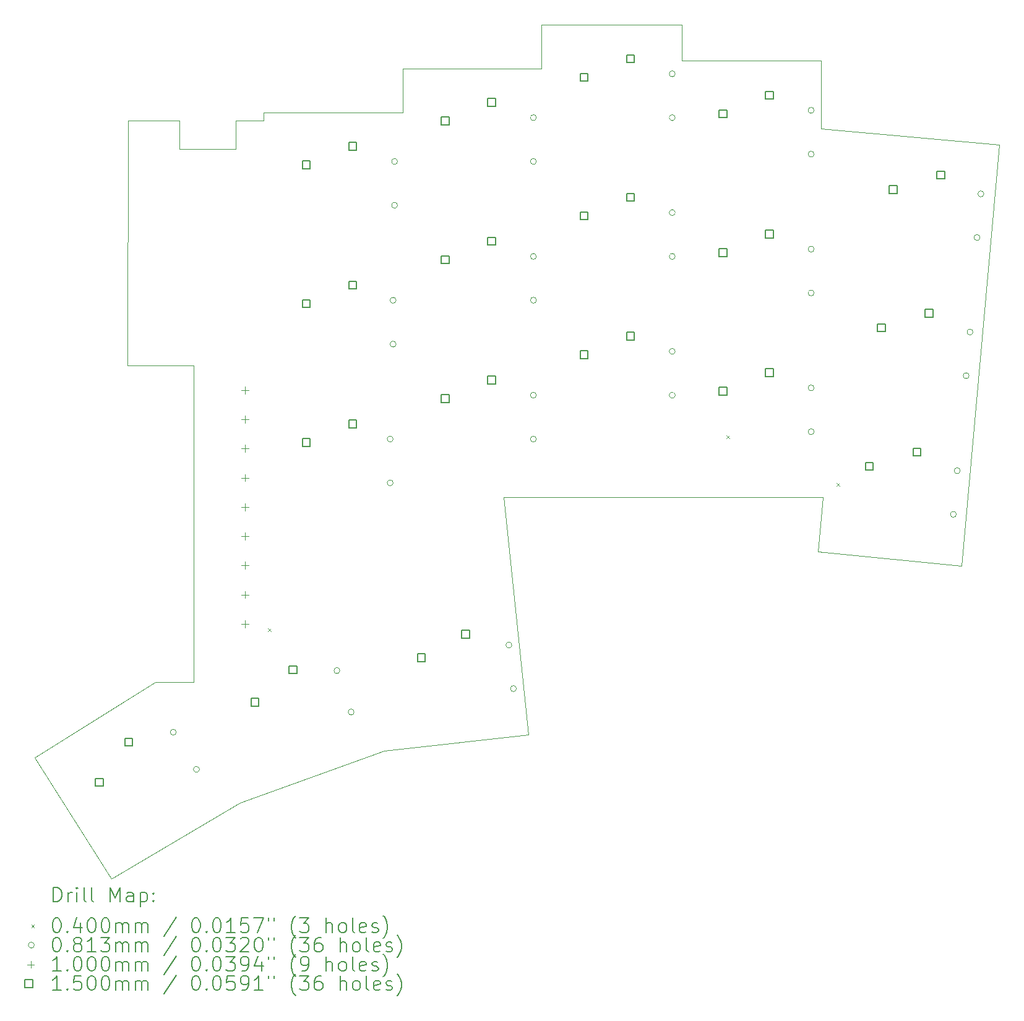
<source format=gbr>
%TF.GenerationSoftware,KiCad,Pcbnew,7.0.7*%
%TF.CreationDate,2023-11-26T11:10:45-07:00*%
%TF.ProjectId,TypeStationX,54797065-5374-4617-9469-6f6e582e6b69,rev?*%
%TF.SameCoordinates,Original*%
%TF.FileFunction,Drillmap*%
%TF.FilePolarity,Positive*%
%FSLAX45Y45*%
G04 Gerber Fmt 4.5, Leading zero omitted, Abs format (unit mm)*
G04 Created by KiCad (PCBNEW 7.0.7) date 2023-11-26 11:10:45*
%MOMM*%
%LPD*%
G01*
G04 APERTURE LIST*
%ADD10C,0.100000*%
%ADD11C,0.200000*%
%ADD12C,0.040000*%
%ADD13C,0.081280*%
%ADD14C,0.150000*%
G04 APERTURE END LIST*
D10*
X24107598Y-4690000D02*
X26007598Y-4690000D01*
X26007598Y-5620000D01*
X28447598Y-5840000D01*
X27927598Y-11610000D01*
X25967598Y-11410000D01*
X26037598Y-10670000D01*
X21667598Y-10670000D01*
X22007598Y-13920000D01*
X20027598Y-14140000D01*
X18057598Y-14850000D01*
X16297598Y-15890000D01*
X15247598Y-14230000D01*
X16902598Y-13200000D01*
X17427598Y-13200000D01*
X17427598Y-8860000D01*
X16517598Y-8860000D01*
X16522598Y-5510000D01*
X17232598Y-5510000D01*
X17232598Y-5900000D01*
X17997598Y-5900000D01*
X17997598Y-5510000D01*
X18382598Y-5510000D01*
X18382598Y-5400000D01*
X20282598Y-5400000D01*
X20282598Y-4800000D01*
X22182598Y-4800000D01*
X22182598Y-4195000D01*
X24107598Y-4195000D01*
X24107598Y-4690000D01*
D11*
D12*
X18442323Y-12459908D02*
X18482323Y-12499908D01*
X18482323Y-12459908D02*
X18442323Y-12499908D01*
X24712323Y-9822358D02*
X24752323Y-9862358D01*
X24752323Y-9822358D02*
X24712323Y-9862358D01*
X26222323Y-10469908D02*
X26262323Y-10509908D01*
X26262323Y-10469908D02*
X26222323Y-10509908D01*
D13*
X17183980Y-13883383D02*
G75*
G03*
X17183980Y-13883383I-40640J0D01*
G01*
X17501931Y-14392212D02*
G75*
G03*
X17501931Y-14392212I-40640J0D01*
G01*
X19423745Y-13040082D02*
G75*
G03*
X19423745Y-13040082I-40640J0D01*
G01*
X19619086Y-13607394D02*
G75*
G03*
X19619086Y-13607394I-40640J0D01*
G01*
X20152963Y-9869908D02*
G75*
G03*
X20152963Y-9869908I-40640J0D01*
G01*
X20152963Y-10469908D02*
G75*
G03*
X20152963Y-10469908I-40640J0D01*
G01*
X20192963Y-7969908D02*
G75*
G03*
X20192963Y-7969908I-40640J0D01*
G01*
X20192963Y-8569908D02*
G75*
G03*
X20192963Y-8569908I-40640J0D01*
G01*
X20212963Y-6069908D02*
G75*
G03*
X20212963Y-6069908I-40640J0D01*
G01*
X20212963Y-6669908D02*
G75*
G03*
X20212963Y-6669908I-40640J0D01*
G01*
X21777178Y-12690130D02*
G75*
G03*
X21777178Y-12690130I-40640J0D01*
G01*
X21839895Y-13286843D02*
G75*
G03*
X21839895Y-13286843I-40640J0D01*
G01*
X22112963Y-5469908D02*
G75*
G03*
X22112963Y-5469908I-40640J0D01*
G01*
X22112963Y-6069908D02*
G75*
G03*
X22112963Y-6069908I-40640J0D01*
G01*
X22112963Y-7369545D02*
G75*
G03*
X22112963Y-7369545I-40640J0D01*
G01*
X22112963Y-7969545D02*
G75*
G03*
X22112963Y-7969545I-40640J0D01*
G01*
X22112963Y-9269908D02*
G75*
G03*
X22112963Y-9269908I-40640J0D01*
G01*
X22112963Y-9869908D02*
G75*
G03*
X22112963Y-9869908I-40640J0D01*
G01*
X24012963Y-4869908D02*
G75*
G03*
X24012963Y-4869908I-40640J0D01*
G01*
X24012963Y-5469908D02*
G75*
G03*
X24012963Y-5469908I-40640J0D01*
G01*
X24012963Y-6769908D02*
G75*
G03*
X24012963Y-6769908I-40640J0D01*
G01*
X24012963Y-7369908D02*
G75*
G03*
X24012963Y-7369908I-40640J0D01*
G01*
X24012963Y-8669908D02*
G75*
G03*
X24012963Y-8669908I-40640J0D01*
G01*
X24012963Y-9269908D02*
G75*
G03*
X24012963Y-9269908I-40640J0D01*
G01*
X25912963Y-5369545D02*
G75*
G03*
X25912963Y-5369545I-40640J0D01*
G01*
X25912963Y-5969545D02*
G75*
G03*
X25912963Y-5969545I-40640J0D01*
G01*
X25912963Y-7269545D02*
G75*
G03*
X25912963Y-7269545I-40640J0D01*
G01*
X25912963Y-7869545D02*
G75*
G03*
X25912963Y-7869545I-40640J0D01*
G01*
X25912963Y-9169908D02*
G75*
G03*
X25912963Y-9169908I-40640J0D01*
G01*
X25912963Y-9769908D02*
G75*
G03*
X25912963Y-9769908I-40640J0D01*
G01*
X27859609Y-10901740D02*
G75*
G03*
X27859609Y-10901740I-40640J0D01*
G01*
X27911902Y-10304023D02*
G75*
G03*
X27911902Y-10304023I-40640J0D01*
G01*
X28034509Y-9002882D02*
G75*
G03*
X28034509Y-9002882I-40640J0D01*
G01*
X28086802Y-8405165D02*
G75*
G03*
X28086802Y-8405165I-40640J0D01*
G01*
X28183777Y-7111252D02*
G75*
G03*
X28183777Y-7111252I-40640J0D01*
G01*
X28236070Y-6513535D02*
G75*
G03*
X28236070Y-6513535I-40640J0D01*
G01*
D10*
X18127598Y-9150000D02*
X18127598Y-9250000D01*
X18077598Y-9200000D02*
X18177598Y-9200000D01*
X18127598Y-9550000D02*
X18127598Y-9650000D01*
X18077598Y-9600000D02*
X18177598Y-9600000D01*
X18127598Y-9950000D02*
X18127598Y-10050000D01*
X18077598Y-10000000D02*
X18177598Y-10000000D01*
X18127598Y-10350000D02*
X18127598Y-10450000D01*
X18077598Y-10400000D02*
X18177598Y-10400000D01*
X18127598Y-10750000D02*
X18127598Y-10850000D01*
X18077598Y-10800000D02*
X18177598Y-10800000D01*
X18127598Y-11150000D02*
X18127598Y-11250000D01*
X18077598Y-11200000D02*
X18177598Y-11200000D01*
X18127598Y-11550000D02*
X18127598Y-11650000D01*
X18077598Y-11600000D02*
X18177598Y-11600000D01*
X18127598Y-11950000D02*
X18127598Y-12050000D01*
X18077598Y-12000000D02*
X18177598Y-12000000D01*
X18127598Y-12350000D02*
X18127598Y-12450000D01*
X18077598Y-12400000D02*
X18177598Y-12400000D01*
D14*
X16183313Y-14623689D02*
X16183313Y-14517622D01*
X16077246Y-14517622D01*
X16077246Y-14623689D01*
X16183313Y-14623689D01*
X16587224Y-14071786D02*
X16587224Y-13965719D01*
X16481157Y-13965719D01*
X16481157Y-14071786D01*
X16587224Y-14071786D01*
X18316431Y-13527313D02*
X18316431Y-13421246D01*
X18210364Y-13421246D01*
X18210364Y-13527313D01*
X18316431Y-13527313D01*
X18834141Y-13080415D02*
X18834141Y-12974348D01*
X18728074Y-12974348D01*
X18728074Y-13080415D01*
X18834141Y-13080415D01*
X19017630Y-6168941D02*
X19017630Y-6062874D01*
X18911563Y-6062874D01*
X18911563Y-6168941D01*
X19017630Y-6168941D01*
X19017630Y-8068941D02*
X19017630Y-7962874D01*
X18911563Y-7962874D01*
X18911563Y-8068941D01*
X19017630Y-8068941D01*
X19017630Y-9968941D02*
X19017630Y-9862874D01*
X18911563Y-9862874D01*
X18911563Y-9968941D01*
X19017630Y-9968941D01*
X19652630Y-5914941D02*
X19652630Y-5808874D01*
X19546563Y-5808874D01*
X19546563Y-5914941D01*
X19652630Y-5914941D01*
X19652630Y-7814941D02*
X19652630Y-7708874D01*
X19546563Y-7708874D01*
X19546563Y-7814941D01*
X19652630Y-7814941D01*
X19652630Y-9714941D02*
X19652630Y-9608874D01*
X19546563Y-9608874D01*
X19546563Y-9714941D01*
X19652630Y-9714941D01*
X20593674Y-12915110D02*
X20593674Y-12809043D01*
X20487607Y-12809043D01*
X20487607Y-12915110D01*
X20593674Y-12915110D01*
X20917630Y-5568941D02*
X20917630Y-5462874D01*
X20811563Y-5462874D01*
X20811563Y-5568941D01*
X20917630Y-5568941D01*
X20917630Y-7468941D02*
X20917630Y-7362874D01*
X20811563Y-7362874D01*
X20811563Y-7468941D01*
X20917630Y-7468941D01*
X20917630Y-9368941D02*
X20917630Y-9262874D01*
X20811563Y-9262874D01*
X20811563Y-9368941D01*
X20917630Y-9368941D01*
X21198645Y-12596126D02*
X21198645Y-12490059D01*
X21092578Y-12490059D01*
X21092578Y-12596126D01*
X21198645Y-12596126D01*
X21552630Y-5314941D02*
X21552630Y-5208874D01*
X21446563Y-5208874D01*
X21446563Y-5314941D01*
X21552630Y-5314941D01*
X21552630Y-7214941D02*
X21552630Y-7108874D01*
X21446563Y-7108874D01*
X21446563Y-7214941D01*
X21552630Y-7214941D01*
X21552630Y-9114941D02*
X21552630Y-9008874D01*
X21446563Y-9008874D01*
X21446563Y-9114941D01*
X21552630Y-9114941D01*
X22817630Y-4968941D02*
X22817630Y-4862874D01*
X22711563Y-4862874D01*
X22711563Y-4968941D01*
X22817630Y-4968941D01*
X22817630Y-6868941D02*
X22817630Y-6762874D01*
X22711563Y-6762874D01*
X22711563Y-6868941D01*
X22817630Y-6868941D01*
X22817630Y-8768941D02*
X22817630Y-8662874D01*
X22711563Y-8662874D01*
X22711563Y-8768941D01*
X22817630Y-8768941D01*
X23452630Y-4714941D02*
X23452630Y-4608874D01*
X23346563Y-4608874D01*
X23346563Y-4714941D01*
X23452630Y-4714941D01*
X23452630Y-6614941D02*
X23452630Y-6508874D01*
X23346563Y-6508874D01*
X23346563Y-6614941D01*
X23452630Y-6614941D01*
X23452630Y-8514941D02*
X23452630Y-8408874D01*
X23346563Y-8408874D01*
X23346563Y-8514941D01*
X23452630Y-8514941D01*
X24717630Y-5468941D02*
X24717630Y-5362874D01*
X24611563Y-5362874D01*
X24611563Y-5468941D01*
X24717630Y-5468941D01*
X24717630Y-7368941D02*
X24717630Y-7262874D01*
X24611563Y-7262874D01*
X24611563Y-7368941D01*
X24717630Y-7368941D01*
X24717630Y-9268941D02*
X24717630Y-9162874D01*
X24611563Y-9162874D01*
X24611563Y-9268941D01*
X24717630Y-9268941D01*
X25352630Y-5214941D02*
X25352630Y-5108874D01*
X25246563Y-5108874D01*
X25246563Y-5214941D01*
X25352630Y-5214941D01*
X25352630Y-7114941D02*
X25352630Y-7008874D01*
X25246563Y-7008874D01*
X25246563Y-7114941D01*
X25352630Y-7114941D01*
X25352630Y-9014941D02*
X25352630Y-8908874D01*
X25246563Y-8908874D01*
X25246563Y-9014941D01*
X25352630Y-9014941D01*
X26720831Y-10297943D02*
X26720831Y-10191876D01*
X26614764Y-10191876D01*
X26614764Y-10297943D01*
X26720831Y-10297943D01*
X26885633Y-8398201D02*
X26885633Y-8292134D01*
X26779566Y-8292134D01*
X26779566Y-8398201D01*
X26885633Y-8398201D01*
X27046556Y-6507591D02*
X27046556Y-6401524D01*
X26940489Y-6401524D01*
X26940489Y-6507591D01*
X27046556Y-6507591D01*
X27375553Y-10100253D02*
X27375553Y-9994186D01*
X27269486Y-9994186D01*
X27269486Y-10100253D01*
X27375553Y-10100253D01*
X27540354Y-8200511D02*
X27540354Y-8094444D01*
X27434287Y-8094444D01*
X27434287Y-8200511D01*
X27540354Y-8200511D01*
X27701277Y-6309901D02*
X27701277Y-6203834D01*
X27595210Y-6203834D01*
X27595210Y-6309901D01*
X27701277Y-6309901D01*
D11*
X15503374Y-16206484D02*
X15503374Y-16006484D01*
X15503374Y-16006484D02*
X15550993Y-16006484D01*
X15550993Y-16006484D02*
X15579565Y-16016008D01*
X15579565Y-16016008D02*
X15598612Y-16035055D01*
X15598612Y-16035055D02*
X15608136Y-16054103D01*
X15608136Y-16054103D02*
X15617660Y-16092198D01*
X15617660Y-16092198D02*
X15617660Y-16120769D01*
X15617660Y-16120769D02*
X15608136Y-16158865D01*
X15608136Y-16158865D02*
X15598612Y-16177912D01*
X15598612Y-16177912D02*
X15579565Y-16196960D01*
X15579565Y-16196960D02*
X15550993Y-16206484D01*
X15550993Y-16206484D02*
X15503374Y-16206484D01*
X15703374Y-16206484D02*
X15703374Y-16073150D01*
X15703374Y-16111246D02*
X15712898Y-16092198D01*
X15712898Y-16092198D02*
X15722422Y-16082674D01*
X15722422Y-16082674D02*
X15741470Y-16073150D01*
X15741470Y-16073150D02*
X15760517Y-16073150D01*
X15827184Y-16206484D02*
X15827184Y-16073150D01*
X15827184Y-16006484D02*
X15817660Y-16016008D01*
X15817660Y-16016008D02*
X15827184Y-16025531D01*
X15827184Y-16025531D02*
X15836708Y-16016008D01*
X15836708Y-16016008D02*
X15827184Y-16006484D01*
X15827184Y-16006484D02*
X15827184Y-16025531D01*
X15950993Y-16206484D02*
X15931946Y-16196960D01*
X15931946Y-16196960D02*
X15922422Y-16177912D01*
X15922422Y-16177912D02*
X15922422Y-16006484D01*
X16055755Y-16206484D02*
X16036708Y-16196960D01*
X16036708Y-16196960D02*
X16027184Y-16177912D01*
X16027184Y-16177912D02*
X16027184Y-16006484D01*
X16284327Y-16206484D02*
X16284327Y-16006484D01*
X16284327Y-16006484D02*
X16350993Y-16149341D01*
X16350993Y-16149341D02*
X16417660Y-16006484D01*
X16417660Y-16006484D02*
X16417660Y-16206484D01*
X16598612Y-16206484D02*
X16598612Y-16101722D01*
X16598612Y-16101722D02*
X16589089Y-16082674D01*
X16589089Y-16082674D02*
X16570041Y-16073150D01*
X16570041Y-16073150D02*
X16531946Y-16073150D01*
X16531946Y-16073150D02*
X16512898Y-16082674D01*
X16598612Y-16196960D02*
X16579565Y-16206484D01*
X16579565Y-16206484D02*
X16531946Y-16206484D01*
X16531946Y-16206484D02*
X16512898Y-16196960D01*
X16512898Y-16196960D02*
X16503374Y-16177912D01*
X16503374Y-16177912D02*
X16503374Y-16158865D01*
X16503374Y-16158865D02*
X16512898Y-16139817D01*
X16512898Y-16139817D02*
X16531946Y-16130293D01*
X16531946Y-16130293D02*
X16579565Y-16130293D01*
X16579565Y-16130293D02*
X16598612Y-16120769D01*
X16693851Y-16073150D02*
X16693851Y-16273150D01*
X16693851Y-16082674D02*
X16712898Y-16073150D01*
X16712898Y-16073150D02*
X16750993Y-16073150D01*
X16750993Y-16073150D02*
X16770041Y-16082674D01*
X16770041Y-16082674D02*
X16779565Y-16092198D01*
X16779565Y-16092198D02*
X16789089Y-16111246D01*
X16789089Y-16111246D02*
X16789089Y-16168388D01*
X16789089Y-16168388D02*
X16779565Y-16187436D01*
X16779565Y-16187436D02*
X16770041Y-16196960D01*
X16770041Y-16196960D02*
X16750993Y-16206484D01*
X16750993Y-16206484D02*
X16712898Y-16206484D01*
X16712898Y-16206484D02*
X16693851Y-16196960D01*
X16874803Y-16187436D02*
X16884327Y-16196960D01*
X16884327Y-16196960D02*
X16874803Y-16206484D01*
X16874803Y-16206484D02*
X16865279Y-16196960D01*
X16865279Y-16196960D02*
X16874803Y-16187436D01*
X16874803Y-16187436D02*
X16874803Y-16206484D01*
X16874803Y-16082674D02*
X16884327Y-16092198D01*
X16884327Y-16092198D02*
X16874803Y-16101722D01*
X16874803Y-16101722D02*
X16865279Y-16092198D01*
X16865279Y-16092198D02*
X16874803Y-16082674D01*
X16874803Y-16082674D02*
X16874803Y-16101722D01*
D12*
X15202598Y-16515000D02*
X15242598Y-16555000D01*
X15242598Y-16515000D02*
X15202598Y-16555000D01*
D11*
X15541470Y-16426484D02*
X15560517Y-16426484D01*
X15560517Y-16426484D02*
X15579565Y-16436008D01*
X15579565Y-16436008D02*
X15589089Y-16445531D01*
X15589089Y-16445531D02*
X15598612Y-16464579D01*
X15598612Y-16464579D02*
X15608136Y-16502674D01*
X15608136Y-16502674D02*
X15608136Y-16550293D01*
X15608136Y-16550293D02*
X15598612Y-16588388D01*
X15598612Y-16588388D02*
X15589089Y-16607436D01*
X15589089Y-16607436D02*
X15579565Y-16616960D01*
X15579565Y-16616960D02*
X15560517Y-16626484D01*
X15560517Y-16626484D02*
X15541470Y-16626484D01*
X15541470Y-16626484D02*
X15522422Y-16616960D01*
X15522422Y-16616960D02*
X15512898Y-16607436D01*
X15512898Y-16607436D02*
X15503374Y-16588388D01*
X15503374Y-16588388D02*
X15493851Y-16550293D01*
X15493851Y-16550293D02*
X15493851Y-16502674D01*
X15493851Y-16502674D02*
X15503374Y-16464579D01*
X15503374Y-16464579D02*
X15512898Y-16445531D01*
X15512898Y-16445531D02*
X15522422Y-16436008D01*
X15522422Y-16436008D02*
X15541470Y-16426484D01*
X15693851Y-16607436D02*
X15703374Y-16616960D01*
X15703374Y-16616960D02*
X15693851Y-16626484D01*
X15693851Y-16626484D02*
X15684327Y-16616960D01*
X15684327Y-16616960D02*
X15693851Y-16607436D01*
X15693851Y-16607436D02*
X15693851Y-16626484D01*
X15874803Y-16493150D02*
X15874803Y-16626484D01*
X15827184Y-16416960D02*
X15779565Y-16559817D01*
X15779565Y-16559817D02*
X15903374Y-16559817D01*
X16017660Y-16426484D02*
X16036708Y-16426484D01*
X16036708Y-16426484D02*
X16055755Y-16436008D01*
X16055755Y-16436008D02*
X16065279Y-16445531D01*
X16065279Y-16445531D02*
X16074803Y-16464579D01*
X16074803Y-16464579D02*
X16084327Y-16502674D01*
X16084327Y-16502674D02*
X16084327Y-16550293D01*
X16084327Y-16550293D02*
X16074803Y-16588388D01*
X16074803Y-16588388D02*
X16065279Y-16607436D01*
X16065279Y-16607436D02*
X16055755Y-16616960D01*
X16055755Y-16616960D02*
X16036708Y-16626484D01*
X16036708Y-16626484D02*
X16017660Y-16626484D01*
X16017660Y-16626484D02*
X15998612Y-16616960D01*
X15998612Y-16616960D02*
X15989089Y-16607436D01*
X15989089Y-16607436D02*
X15979565Y-16588388D01*
X15979565Y-16588388D02*
X15970041Y-16550293D01*
X15970041Y-16550293D02*
X15970041Y-16502674D01*
X15970041Y-16502674D02*
X15979565Y-16464579D01*
X15979565Y-16464579D02*
X15989089Y-16445531D01*
X15989089Y-16445531D02*
X15998612Y-16436008D01*
X15998612Y-16436008D02*
X16017660Y-16426484D01*
X16208136Y-16426484D02*
X16227184Y-16426484D01*
X16227184Y-16426484D02*
X16246232Y-16436008D01*
X16246232Y-16436008D02*
X16255755Y-16445531D01*
X16255755Y-16445531D02*
X16265279Y-16464579D01*
X16265279Y-16464579D02*
X16274803Y-16502674D01*
X16274803Y-16502674D02*
X16274803Y-16550293D01*
X16274803Y-16550293D02*
X16265279Y-16588388D01*
X16265279Y-16588388D02*
X16255755Y-16607436D01*
X16255755Y-16607436D02*
X16246232Y-16616960D01*
X16246232Y-16616960D02*
X16227184Y-16626484D01*
X16227184Y-16626484D02*
X16208136Y-16626484D01*
X16208136Y-16626484D02*
X16189089Y-16616960D01*
X16189089Y-16616960D02*
X16179565Y-16607436D01*
X16179565Y-16607436D02*
X16170041Y-16588388D01*
X16170041Y-16588388D02*
X16160517Y-16550293D01*
X16160517Y-16550293D02*
X16160517Y-16502674D01*
X16160517Y-16502674D02*
X16170041Y-16464579D01*
X16170041Y-16464579D02*
X16179565Y-16445531D01*
X16179565Y-16445531D02*
X16189089Y-16436008D01*
X16189089Y-16436008D02*
X16208136Y-16426484D01*
X16360517Y-16626484D02*
X16360517Y-16493150D01*
X16360517Y-16512198D02*
X16370041Y-16502674D01*
X16370041Y-16502674D02*
X16389089Y-16493150D01*
X16389089Y-16493150D02*
X16417660Y-16493150D01*
X16417660Y-16493150D02*
X16436708Y-16502674D01*
X16436708Y-16502674D02*
X16446232Y-16521722D01*
X16446232Y-16521722D02*
X16446232Y-16626484D01*
X16446232Y-16521722D02*
X16455755Y-16502674D01*
X16455755Y-16502674D02*
X16474803Y-16493150D01*
X16474803Y-16493150D02*
X16503374Y-16493150D01*
X16503374Y-16493150D02*
X16522422Y-16502674D01*
X16522422Y-16502674D02*
X16531946Y-16521722D01*
X16531946Y-16521722D02*
X16531946Y-16626484D01*
X16627184Y-16626484D02*
X16627184Y-16493150D01*
X16627184Y-16512198D02*
X16636708Y-16502674D01*
X16636708Y-16502674D02*
X16655755Y-16493150D01*
X16655755Y-16493150D02*
X16684327Y-16493150D01*
X16684327Y-16493150D02*
X16703374Y-16502674D01*
X16703374Y-16502674D02*
X16712898Y-16521722D01*
X16712898Y-16521722D02*
X16712898Y-16626484D01*
X16712898Y-16521722D02*
X16722422Y-16502674D01*
X16722422Y-16502674D02*
X16741470Y-16493150D01*
X16741470Y-16493150D02*
X16770041Y-16493150D01*
X16770041Y-16493150D02*
X16789089Y-16502674D01*
X16789089Y-16502674D02*
X16798613Y-16521722D01*
X16798613Y-16521722D02*
X16798613Y-16626484D01*
X17189089Y-16416960D02*
X17017660Y-16674103D01*
X17446232Y-16426484D02*
X17465279Y-16426484D01*
X17465279Y-16426484D02*
X17484327Y-16436008D01*
X17484327Y-16436008D02*
X17493851Y-16445531D01*
X17493851Y-16445531D02*
X17503375Y-16464579D01*
X17503375Y-16464579D02*
X17512898Y-16502674D01*
X17512898Y-16502674D02*
X17512898Y-16550293D01*
X17512898Y-16550293D02*
X17503375Y-16588388D01*
X17503375Y-16588388D02*
X17493851Y-16607436D01*
X17493851Y-16607436D02*
X17484327Y-16616960D01*
X17484327Y-16616960D02*
X17465279Y-16626484D01*
X17465279Y-16626484D02*
X17446232Y-16626484D01*
X17446232Y-16626484D02*
X17427184Y-16616960D01*
X17427184Y-16616960D02*
X17417660Y-16607436D01*
X17417660Y-16607436D02*
X17408137Y-16588388D01*
X17408137Y-16588388D02*
X17398613Y-16550293D01*
X17398613Y-16550293D02*
X17398613Y-16502674D01*
X17398613Y-16502674D02*
X17408137Y-16464579D01*
X17408137Y-16464579D02*
X17417660Y-16445531D01*
X17417660Y-16445531D02*
X17427184Y-16436008D01*
X17427184Y-16436008D02*
X17446232Y-16426484D01*
X17598613Y-16607436D02*
X17608137Y-16616960D01*
X17608137Y-16616960D02*
X17598613Y-16626484D01*
X17598613Y-16626484D02*
X17589089Y-16616960D01*
X17589089Y-16616960D02*
X17598613Y-16607436D01*
X17598613Y-16607436D02*
X17598613Y-16626484D01*
X17731946Y-16426484D02*
X17750994Y-16426484D01*
X17750994Y-16426484D02*
X17770041Y-16436008D01*
X17770041Y-16436008D02*
X17779565Y-16445531D01*
X17779565Y-16445531D02*
X17789089Y-16464579D01*
X17789089Y-16464579D02*
X17798613Y-16502674D01*
X17798613Y-16502674D02*
X17798613Y-16550293D01*
X17798613Y-16550293D02*
X17789089Y-16588388D01*
X17789089Y-16588388D02*
X17779565Y-16607436D01*
X17779565Y-16607436D02*
X17770041Y-16616960D01*
X17770041Y-16616960D02*
X17750994Y-16626484D01*
X17750994Y-16626484D02*
X17731946Y-16626484D01*
X17731946Y-16626484D02*
X17712898Y-16616960D01*
X17712898Y-16616960D02*
X17703375Y-16607436D01*
X17703375Y-16607436D02*
X17693851Y-16588388D01*
X17693851Y-16588388D02*
X17684327Y-16550293D01*
X17684327Y-16550293D02*
X17684327Y-16502674D01*
X17684327Y-16502674D02*
X17693851Y-16464579D01*
X17693851Y-16464579D02*
X17703375Y-16445531D01*
X17703375Y-16445531D02*
X17712898Y-16436008D01*
X17712898Y-16436008D02*
X17731946Y-16426484D01*
X17989089Y-16626484D02*
X17874803Y-16626484D01*
X17931946Y-16626484D02*
X17931946Y-16426484D01*
X17931946Y-16426484D02*
X17912898Y-16455055D01*
X17912898Y-16455055D02*
X17893851Y-16474103D01*
X17893851Y-16474103D02*
X17874803Y-16483627D01*
X18170041Y-16426484D02*
X18074803Y-16426484D01*
X18074803Y-16426484D02*
X18065279Y-16521722D01*
X18065279Y-16521722D02*
X18074803Y-16512198D01*
X18074803Y-16512198D02*
X18093851Y-16502674D01*
X18093851Y-16502674D02*
X18141470Y-16502674D01*
X18141470Y-16502674D02*
X18160518Y-16512198D01*
X18160518Y-16512198D02*
X18170041Y-16521722D01*
X18170041Y-16521722D02*
X18179565Y-16540769D01*
X18179565Y-16540769D02*
X18179565Y-16588388D01*
X18179565Y-16588388D02*
X18170041Y-16607436D01*
X18170041Y-16607436D02*
X18160518Y-16616960D01*
X18160518Y-16616960D02*
X18141470Y-16626484D01*
X18141470Y-16626484D02*
X18093851Y-16626484D01*
X18093851Y-16626484D02*
X18074803Y-16616960D01*
X18074803Y-16616960D02*
X18065279Y-16607436D01*
X18246232Y-16426484D02*
X18379565Y-16426484D01*
X18379565Y-16426484D02*
X18293851Y-16626484D01*
X18446232Y-16426484D02*
X18446232Y-16464579D01*
X18522422Y-16426484D02*
X18522422Y-16464579D01*
X18817661Y-16702674D02*
X18808137Y-16693150D01*
X18808137Y-16693150D02*
X18789089Y-16664579D01*
X18789089Y-16664579D02*
X18779565Y-16645531D01*
X18779565Y-16645531D02*
X18770041Y-16616960D01*
X18770041Y-16616960D02*
X18760518Y-16569341D01*
X18760518Y-16569341D02*
X18760518Y-16531246D01*
X18760518Y-16531246D02*
X18770041Y-16483627D01*
X18770041Y-16483627D02*
X18779565Y-16455055D01*
X18779565Y-16455055D02*
X18789089Y-16436008D01*
X18789089Y-16436008D02*
X18808137Y-16407436D01*
X18808137Y-16407436D02*
X18817661Y-16397912D01*
X18874803Y-16426484D02*
X18998613Y-16426484D01*
X18998613Y-16426484D02*
X18931946Y-16502674D01*
X18931946Y-16502674D02*
X18960518Y-16502674D01*
X18960518Y-16502674D02*
X18979565Y-16512198D01*
X18979565Y-16512198D02*
X18989089Y-16521722D01*
X18989089Y-16521722D02*
X18998613Y-16540769D01*
X18998613Y-16540769D02*
X18998613Y-16588388D01*
X18998613Y-16588388D02*
X18989089Y-16607436D01*
X18989089Y-16607436D02*
X18979565Y-16616960D01*
X18979565Y-16616960D02*
X18960518Y-16626484D01*
X18960518Y-16626484D02*
X18903375Y-16626484D01*
X18903375Y-16626484D02*
X18884327Y-16616960D01*
X18884327Y-16616960D02*
X18874803Y-16607436D01*
X19236708Y-16626484D02*
X19236708Y-16426484D01*
X19322422Y-16626484D02*
X19322422Y-16521722D01*
X19322422Y-16521722D02*
X19312899Y-16502674D01*
X19312899Y-16502674D02*
X19293851Y-16493150D01*
X19293851Y-16493150D02*
X19265280Y-16493150D01*
X19265280Y-16493150D02*
X19246232Y-16502674D01*
X19246232Y-16502674D02*
X19236708Y-16512198D01*
X19446232Y-16626484D02*
X19427184Y-16616960D01*
X19427184Y-16616960D02*
X19417661Y-16607436D01*
X19417661Y-16607436D02*
X19408137Y-16588388D01*
X19408137Y-16588388D02*
X19408137Y-16531246D01*
X19408137Y-16531246D02*
X19417661Y-16512198D01*
X19417661Y-16512198D02*
X19427184Y-16502674D01*
X19427184Y-16502674D02*
X19446232Y-16493150D01*
X19446232Y-16493150D02*
X19474803Y-16493150D01*
X19474803Y-16493150D02*
X19493851Y-16502674D01*
X19493851Y-16502674D02*
X19503375Y-16512198D01*
X19503375Y-16512198D02*
X19512899Y-16531246D01*
X19512899Y-16531246D02*
X19512899Y-16588388D01*
X19512899Y-16588388D02*
X19503375Y-16607436D01*
X19503375Y-16607436D02*
X19493851Y-16616960D01*
X19493851Y-16616960D02*
X19474803Y-16626484D01*
X19474803Y-16626484D02*
X19446232Y-16626484D01*
X19627184Y-16626484D02*
X19608137Y-16616960D01*
X19608137Y-16616960D02*
X19598613Y-16597912D01*
X19598613Y-16597912D02*
X19598613Y-16426484D01*
X19779565Y-16616960D02*
X19760518Y-16626484D01*
X19760518Y-16626484D02*
X19722422Y-16626484D01*
X19722422Y-16626484D02*
X19703375Y-16616960D01*
X19703375Y-16616960D02*
X19693851Y-16597912D01*
X19693851Y-16597912D02*
X19693851Y-16521722D01*
X19693851Y-16521722D02*
X19703375Y-16502674D01*
X19703375Y-16502674D02*
X19722422Y-16493150D01*
X19722422Y-16493150D02*
X19760518Y-16493150D01*
X19760518Y-16493150D02*
X19779565Y-16502674D01*
X19779565Y-16502674D02*
X19789089Y-16521722D01*
X19789089Y-16521722D02*
X19789089Y-16540769D01*
X19789089Y-16540769D02*
X19693851Y-16559817D01*
X19865280Y-16616960D02*
X19884327Y-16626484D01*
X19884327Y-16626484D02*
X19922422Y-16626484D01*
X19922422Y-16626484D02*
X19941470Y-16616960D01*
X19941470Y-16616960D02*
X19950994Y-16597912D01*
X19950994Y-16597912D02*
X19950994Y-16588388D01*
X19950994Y-16588388D02*
X19941470Y-16569341D01*
X19941470Y-16569341D02*
X19922422Y-16559817D01*
X19922422Y-16559817D02*
X19893851Y-16559817D01*
X19893851Y-16559817D02*
X19874803Y-16550293D01*
X19874803Y-16550293D02*
X19865280Y-16531246D01*
X19865280Y-16531246D02*
X19865280Y-16521722D01*
X19865280Y-16521722D02*
X19874803Y-16502674D01*
X19874803Y-16502674D02*
X19893851Y-16493150D01*
X19893851Y-16493150D02*
X19922422Y-16493150D01*
X19922422Y-16493150D02*
X19941470Y-16502674D01*
X20017661Y-16702674D02*
X20027184Y-16693150D01*
X20027184Y-16693150D02*
X20046232Y-16664579D01*
X20046232Y-16664579D02*
X20055756Y-16645531D01*
X20055756Y-16645531D02*
X20065280Y-16616960D01*
X20065280Y-16616960D02*
X20074803Y-16569341D01*
X20074803Y-16569341D02*
X20074803Y-16531246D01*
X20074803Y-16531246D02*
X20065280Y-16483627D01*
X20065280Y-16483627D02*
X20055756Y-16455055D01*
X20055756Y-16455055D02*
X20046232Y-16436008D01*
X20046232Y-16436008D02*
X20027184Y-16407436D01*
X20027184Y-16407436D02*
X20017661Y-16397912D01*
D13*
X15242598Y-16799000D02*
G75*
G03*
X15242598Y-16799000I-40640J0D01*
G01*
D11*
X15541470Y-16690484D02*
X15560517Y-16690484D01*
X15560517Y-16690484D02*
X15579565Y-16700008D01*
X15579565Y-16700008D02*
X15589089Y-16709531D01*
X15589089Y-16709531D02*
X15598612Y-16728579D01*
X15598612Y-16728579D02*
X15608136Y-16766674D01*
X15608136Y-16766674D02*
X15608136Y-16814293D01*
X15608136Y-16814293D02*
X15598612Y-16852389D01*
X15598612Y-16852389D02*
X15589089Y-16871436D01*
X15589089Y-16871436D02*
X15579565Y-16880960D01*
X15579565Y-16880960D02*
X15560517Y-16890484D01*
X15560517Y-16890484D02*
X15541470Y-16890484D01*
X15541470Y-16890484D02*
X15522422Y-16880960D01*
X15522422Y-16880960D02*
X15512898Y-16871436D01*
X15512898Y-16871436D02*
X15503374Y-16852389D01*
X15503374Y-16852389D02*
X15493851Y-16814293D01*
X15493851Y-16814293D02*
X15493851Y-16766674D01*
X15493851Y-16766674D02*
X15503374Y-16728579D01*
X15503374Y-16728579D02*
X15512898Y-16709531D01*
X15512898Y-16709531D02*
X15522422Y-16700008D01*
X15522422Y-16700008D02*
X15541470Y-16690484D01*
X15693851Y-16871436D02*
X15703374Y-16880960D01*
X15703374Y-16880960D02*
X15693851Y-16890484D01*
X15693851Y-16890484D02*
X15684327Y-16880960D01*
X15684327Y-16880960D02*
X15693851Y-16871436D01*
X15693851Y-16871436D02*
X15693851Y-16890484D01*
X15817660Y-16776198D02*
X15798612Y-16766674D01*
X15798612Y-16766674D02*
X15789089Y-16757150D01*
X15789089Y-16757150D02*
X15779565Y-16738103D01*
X15779565Y-16738103D02*
X15779565Y-16728579D01*
X15779565Y-16728579D02*
X15789089Y-16709531D01*
X15789089Y-16709531D02*
X15798612Y-16700008D01*
X15798612Y-16700008D02*
X15817660Y-16690484D01*
X15817660Y-16690484D02*
X15855755Y-16690484D01*
X15855755Y-16690484D02*
X15874803Y-16700008D01*
X15874803Y-16700008D02*
X15884327Y-16709531D01*
X15884327Y-16709531D02*
X15893851Y-16728579D01*
X15893851Y-16728579D02*
X15893851Y-16738103D01*
X15893851Y-16738103D02*
X15884327Y-16757150D01*
X15884327Y-16757150D02*
X15874803Y-16766674D01*
X15874803Y-16766674D02*
X15855755Y-16776198D01*
X15855755Y-16776198D02*
X15817660Y-16776198D01*
X15817660Y-16776198D02*
X15798612Y-16785722D01*
X15798612Y-16785722D02*
X15789089Y-16795246D01*
X15789089Y-16795246D02*
X15779565Y-16814293D01*
X15779565Y-16814293D02*
X15779565Y-16852389D01*
X15779565Y-16852389D02*
X15789089Y-16871436D01*
X15789089Y-16871436D02*
X15798612Y-16880960D01*
X15798612Y-16880960D02*
X15817660Y-16890484D01*
X15817660Y-16890484D02*
X15855755Y-16890484D01*
X15855755Y-16890484D02*
X15874803Y-16880960D01*
X15874803Y-16880960D02*
X15884327Y-16871436D01*
X15884327Y-16871436D02*
X15893851Y-16852389D01*
X15893851Y-16852389D02*
X15893851Y-16814293D01*
X15893851Y-16814293D02*
X15884327Y-16795246D01*
X15884327Y-16795246D02*
X15874803Y-16785722D01*
X15874803Y-16785722D02*
X15855755Y-16776198D01*
X16084327Y-16890484D02*
X15970041Y-16890484D01*
X16027184Y-16890484D02*
X16027184Y-16690484D01*
X16027184Y-16690484D02*
X16008136Y-16719055D01*
X16008136Y-16719055D02*
X15989089Y-16738103D01*
X15989089Y-16738103D02*
X15970041Y-16747627D01*
X16150993Y-16690484D02*
X16274803Y-16690484D01*
X16274803Y-16690484D02*
X16208136Y-16766674D01*
X16208136Y-16766674D02*
X16236708Y-16766674D01*
X16236708Y-16766674D02*
X16255755Y-16776198D01*
X16255755Y-16776198D02*
X16265279Y-16785722D01*
X16265279Y-16785722D02*
X16274803Y-16804770D01*
X16274803Y-16804770D02*
X16274803Y-16852389D01*
X16274803Y-16852389D02*
X16265279Y-16871436D01*
X16265279Y-16871436D02*
X16255755Y-16880960D01*
X16255755Y-16880960D02*
X16236708Y-16890484D01*
X16236708Y-16890484D02*
X16179565Y-16890484D01*
X16179565Y-16890484D02*
X16160517Y-16880960D01*
X16160517Y-16880960D02*
X16150993Y-16871436D01*
X16360517Y-16890484D02*
X16360517Y-16757150D01*
X16360517Y-16776198D02*
X16370041Y-16766674D01*
X16370041Y-16766674D02*
X16389089Y-16757150D01*
X16389089Y-16757150D02*
X16417660Y-16757150D01*
X16417660Y-16757150D02*
X16436708Y-16766674D01*
X16436708Y-16766674D02*
X16446232Y-16785722D01*
X16446232Y-16785722D02*
X16446232Y-16890484D01*
X16446232Y-16785722D02*
X16455755Y-16766674D01*
X16455755Y-16766674D02*
X16474803Y-16757150D01*
X16474803Y-16757150D02*
X16503374Y-16757150D01*
X16503374Y-16757150D02*
X16522422Y-16766674D01*
X16522422Y-16766674D02*
X16531946Y-16785722D01*
X16531946Y-16785722D02*
X16531946Y-16890484D01*
X16627184Y-16890484D02*
X16627184Y-16757150D01*
X16627184Y-16776198D02*
X16636708Y-16766674D01*
X16636708Y-16766674D02*
X16655755Y-16757150D01*
X16655755Y-16757150D02*
X16684327Y-16757150D01*
X16684327Y-16757150D02*
X16703374Y-16766674D01*
X16703374Y-16766674D02*
X16712898Y-16785722D01*
X16712898Y-16785722D02*
X16712898Y-16890484D01*
X16712898Y-16785722D02*
X16722422Y-16766674D01*
X16722422Y-16766674D02*
X16741470Y-16757150D01*
X16741470Y-16757150D02*
X16770041Y-16757150D01*
X16770041Y-16757150D02*
X16789089Y-16766674D01*
X16789089Y-16766674D02*
X16798613Y-16785722D01*
X16798613Y-16785722D02*
X16798613Y-16890484D01*
X17189089Y-16680960D02*
X17017660Y-16938103D01*
X17446232Y-16690484D02*
X17465279Y-16690484D01*
X17465279Y-16690484D02*
X17484327Y-16700008D01*
X17484327Y-16700008D02*
X17493851Y-16709531D01*
X17493851Y-16709531D02*
X17503375Y-16728579D01*
X17503375Y-16728579D02*
X17512898Y-16766674D01*
X17512898Y-16766674D02*
X17512898Y-16814293D01*
X17512898Y-16814293D02*
X17503375Y-16852389D01*
X17503375Y-16852389D02*
X17493851Y-16871436D01*
X17493851Y-16871436D02*
X17484327Y-16880960D01*
X17484327Y-16880960D02*
X17465279Y-16890484D01*
X17465279Y-16890484D02*
X17446232Y-16890484D01*
X17446232Y-16890484D02*
X17427184Y-16880960D01*
X17427184Y-16880960D02*
X17417660Y-16871436D01*
X17417660Y-16871436D02*
X17408137Y-16852389D01*
X17408137Y-16852389D02*
X17398613Y-16814293D01*
X17398613Y-16814293D02*
X17398613Y-16766674D01*
X17398613Y-16766674D02*
X17408137Y-16728579D01*
X17408137Y-16728579D02*
X17417660Y-16709531D01*
X17417660Y-16709531D02*
X17427184Y-16700008D01*
X17427184Y-16700008D02*
X17446232Y-16690484D01*
X17598613Y-16871436D02*
X17608137Y-16880960D01*
X17608137Y-16880960D02*
X17598613Y-16890484D01*
X17598613Y-16890484D02*
X17589089Y-16880960D01*
X17589089Y-16880960D02*
X17598613Y-16871436D01*
X17598613Y-16871436D02*
X17598613Y-16890484D01*
X17731946Y-16690484D02*
X17750994Y-16690484D01*
X17750994Y-16690484D02*
X17770041Y-16700008D01*
X17770041Y-16700008D02*
X17779565Y-16709531D01*
X17779565Y-16709531D02*
X17789089Y-16728579D01*
X17789089Y-16728579D02*
X17798613Y-16766674D01*
X17798613Y-16766674D02*
X17798613Y-16814293D01*
X17798613Y-16814293D02*
X17789089Y-16852389D01*
X17789089Y-16852389D02*
X17779565Y-16871436D01*
X17779565Y-16871436D02*
X17770041Y-16880960D01*
X17770041Y-16880960D02*
X17750994Y-16890484D01*
X17750994Y-16890484D02*
X17731946Y-16890484D01*
X17731946Y-16890484D02*
X17712898Y-16880960D01*
X17712898Y-16880960D02*
X17703375Y-16871436D01*
X17703375Y-16871436D02*
X17693851Y-16852389D01*
X17693851Y-16852389D02*
X17684327Y-16814293D01*
X17684327Y-16814293D02*
X17684327Y-16766674D01*
X17684327Y-16766674D02*
X17693851Y-16728579D01*
X17693851Y-16728579D02*
X17703375Y-16709531D01*
X17703375Y-16709531D02*
X17712898Y-16700008D01*
X17712898Y-16700008D02*
X17731946Y-16690484D01*
X17865279Y-16690484D02*
X17989089Y-16690484D01*
X17989089Y-16690484D02*
X17922422Y-16766674D01*
X17922422Y-16766674D02*
X17950994Y-16766674D01*
X17950994Y-16766674D02*
X17970041Y-16776198D01*
X17970041Y-16776198D02*
X17979565Y-16785722D01*
X17979565Y-16785722D02*
X17989089Y-16804770D01*
X17989089Y-16804770D02*
X17989089Y-16852389D01*
X17989089Y-16852389D02*
X17979565Y-16871436D01*
X17979565Y-16871436D02*
X17970041Y-16880960D01*
X17970041Y-16880960D02*
X17950994Y-16890484D01*
X17950994Y-16890484D02*
X17893851Y-16890484D01*
X17893851Y-16890484D02*
X17874803Y-16880960D01*
X17874803Y-16880960D02*
X17865279Y-16871436D01*
X18065279Y-16709531D02*
X18074803Y-16700008D01*
X18074803Y-16700008D02*
X18093851Y-16690484D01*
X18093851Y-16690484D02*
X18141470Y-16690484D01*
X18141470Y-16690484D02*
X18160518Y-16700008D01*
X18160518Y-16700008D02*
X18170041Y-16709531D01*
X18170041Y-16709531D02*
X18179565Y-16728579D01*
X18179565Y-16728579D02*
X18179565Y-16747627D01*
X18179565Y-16747627D02*
X18170041Y-16776198D01*
X18170041Y-16776198D02*
X18055756Y-16890484D01*
X18055756Y-16890484D02*
X18179565Y-16890484D01*
X18303375Y-16690484D02*
X18322422Y-16690484D01*
X18322422Y-16690484D02*
X18341470Y-16700008D01*
X18341470Y-16700008D02*
X18350994Y-16709531D01*
X18350994Y-16709531D02*
X18360518Y-16728579D01*
X18360518Y-16728579D02*
X18370041Y-16766674D01*
X18370041Y-16766674D02*
X18370041Y-16814293D01*
X18370041Y-16814293D02*
X18360518Y-16852389D01*
X18360518Y-16852389D02*
X18350994Y-16871436D01*
X18350994Y-16871436D02*
X18341470Y-16880960D01*
X18341470Y-16880960D02*
X18322422Y-16890484D01*
X18322422Y-16890484D02*
X18303375Y-16890484D01*
X18303375Y-16890484D02*
X18284327Y-16880960D01*
X18284327Y-16880960D02*
X18274803Y-16871436D01*
X18274803Y-16871436D02*
X18265279Y-16852389D01*
X18265279Y-16852389D02*
X18255756Y-16814293D01*
X18255756Y-16814293D02*
X18255756Y-16766674D01*
X18255756Y-16766674D02*
X18265279Y-16728579D01*
X18265279Y-16728579D02*
X18274803Y-16709531D01*
X18274803Y-16709531D02*
X18284327Y-16700008D01*
X18284327Y-16700008D02*
X18303375Y-16690484D01*
X18446232Y-16690484D02*
X18446232Y-16728579D01*
X18522422Y-16690484D02*
X18522422Y-16728579D01*
X18817661Y-16966674D02*
X18808137Y-16957150D01*
X18808137Y-16957150D02*
X18789089Y-16928579D01*
X18789089Y-16928579D02*
X18779565Y-16909531D01*
X18779565Y-16909531D02*
X18770041Y-16880960D01*
X18770041Y-16880960D02*
X18760518Y-16833341D01*
X18760518Y-16833341D02*
X18760518Y-16795246D01*
X18760518Y-16795246D02*
X18770041Y-16747627D01*
X18770041Y-16747627D02*
X18779565Y-16719055D01*
X18779565Y-16719055D02*
X18789089Y-16700008D01*
X18789089Y-16700008D02*
X18808137Y-16671436D01*
X18808137Y-16671436D02*
X18817661Y-16661912D01*
X18874803Y-16690484D02*
X18998613Y-16690484D01*
X18998613Y-16690484D02*
X18931946Y-16766674D01*
X18931946Y-16766674D02*
X18960518Y-16766674D01*
X18960518Y-16766674D02*
X18979565Y-16776198D01*
X18979565Y-16776198D02*
X18989089Y-16785722D01*
X18989089Y-16785722D02*
X18998613Y-16804770D01*
X18998613Y-16804770D02*
X18998613Y-16852389D01*
X18998613Y-16852389D02*
X18989089Y-16871436D01*
X18989089Y-16871436D02*
X18979565Y-16880960D01*
X18979565Y-16880960D02*
X18960518Y-16890484D01*
X18960518Y-16890484D02*
X18903375Y-16890484D01*
X18903375Y-16890484D02*
X18884327Y-16880960D01*
X18884327Y-16880960D02*
X18874803Y-16871436D01*
X19170041Y-16690484D02*
X19131946Y-16690484D01*
X19131946Y-16690484D02*
X19112899Y-16700008D01*
X19112899Y-16700008D02*
X19103375Y-16709531D01*
X19103375Y-16709531D02*
X19084327Y-16738103D01*
X19084327Y-16738103D02*
X19074803Y-16776198D01*
X19074803Y-16776198D02*
X19074803Y-16852389D01*
X19074803Y-16852389D02*
X19084327Y-16871436D01*
X19084327Y-16871436D02*
X19093851Y-16880960D01*
X19093851Y-16880960D02*
X19112899Y-16890484D01*
X19112899Y-16890484D02*
X19150994Y-16890484D01*
X19150994Y-16890484D02*
X19170041Y-16880960D01*
X19170041Y-16880960D02*
X19179565Y-16871436D01*
X19179565Y-16871436D02*
X19189089Y-16852389D01*
X19189089Y-16852389D02*
X19189089Y-16804770D01*
X19189089Y-16804770D02*
X19179565Y-16785722D01*
X19179565Y-16785722D02*
X19170041Y-16776198D01*
X19170041Y-16776198D02*
X19150994Y-16766674D01*
X19150994Y-16766674D02*
X19112899Y-16766674D01*
X19112899Y-16766674D02*
X19093851Y-16776198D01*
X19093851Y-16776198D02*
X19084327Y-16785722D01*
X19084327Y-16785722D02*
X19074803Y-16804770D01*
X19427184Y-16890484D02*
X19427184Y-16690484D01*
X19512899Y-16890484D02*
X19512899Y-16785722D01*
X19512899Y-16785722D02*
X19503375Y-16766674D01*
X19503375Y-16766674D02*
X19484327Y-16757150D01*
X19484327Y-16757150D02*
X19455756Y-16757150D01*
X19455756Y-16757150D02*
X19436708Y-16766674D01*
X19436708Y-16766674D02*
X19427184Y-16776198D01*
X19636708Y-16890484D02*
X19617661Y-16880960D01*
X19617661Y-16880960D02*
X19608137Y-16871436D01*
X19608137Y-16871436D02*
X19598613Y-16852389D01*
X19598613Y-16852389D02*
X19598613Y-16795246D01*
X19598613Y-16795246D02*
X19608137Y-16776198D01*
X19608137Y-16776198D02*
X19617661Y-16766674D01*
X19617661Y-16766674D02*
X19636708Y-16757150D01*
X19636708Y-16757150D02*
X19665280Y-16757150D01*
X19665280Y-16757150D02*
X19684327Y-16766674D01*
X19684327Y-16766674D02*
X19693851Y-16776198D01*
X19693851Y-16776198D02*
X19703375Y-16795246D01*
X19703375Y-16795246D02*
X19703375Y-16852389D01*
X19703375Y-16852389D02*
X19693851Y-16871436D01*
X19693851Y-16871436D02*
X19684327Y-16880960D01*
X19684327Y-16880960D02*
X19665280Y-16890484D01*
X19665280Y-16890484D02*
X19636708Y-16890484D01*
X19817661Y-16890484D02*
X19798613Y-16880960D01*
X19798613Y-16880960D02*
X19789089Y-16861912D01*
X19789089Y-16861912D02*
X19789089Y-16690484D01*
X19970042Y-16880960D02*
X19950994Y-16890484D01*
X19950994Y-16890484D02*
X19912899Y-16890484D01*
X19912899Y-16890484D02*
X19893851Y-16880960D01*
X19893851Y-16880960D02*
X19884327Y-16861912D01*
X19884327Y-16861912D02*
X19884327Y-16785722D01*
X19884327Y-16785722D02*
X19893851Y-16766674D01*
X19893851Y-16766674D02*
X19912899Y-16757150D01*
X19912899Y-16757150D02*
X19950994Y-16757150D01*
X19950994Y-16757150D02*
X19970042Y-16766674D01*
X19970042Y-16766674D02*
X19979565Y-16785722D01*
X19979565Y-16785722D02*
X19979565Y-16804770D01*
X19979565Y-16804770D02*
X19884327Y-16823817D01*
X20055756Y-16880960D02*
X20074803Y-16890484D01*
X20074803Y-16890484D02*
X20112899Y-16890484D01*
X20112899Y-16890484D02*
X20131946Y-16880960D01*
X20131946Y-16880960D02*
X20141470Y-16861912D01*
X20141470Y-16861912D02*
X20141470Y-16852389D01*
X20141470Y-16852389D02*
X20131946Y-16833341D01*
X20131946Y-16833341D02*
X20112899Y-16823817D01*
X20112899Y-16823817D02*
X20084327Y-16823817D01*
X20084327Y-16823817D02*
X20065280Y-16814293D01*
X20065280Y-16814293D02*
X20055756Y-16795246D01*
X20055756Y-16795246D02*
X20055756Y-16785722D01*
X20055756Y-16785722D02*
X20065280Y-16766674D01*
X20065280Y-16766674D02*
X20084327Y-16757150D01*
X20084327Y-16757150D02*
X20112899Y-16757150D01*
X20112899Y-16757150D02*
X20131946Y-16766674D01*
X20208137Y-16966674D02*
X20217661Y-16957150D01*
X20217661Y-16957150D02*
X20236708Y-16928579D01*
X20236708Y-16928579D02*
X20246232Y-16909531D01*
X20246232Y-16909531D02*
X20255756Y-16880960D01*
X20255756Y-16880960D02*
X20265280Y-16833341D01*
X20265280Y-16833341D02*
X20265280Y-16795246D01*
X20265280Y-16795246D02*
X20255756Y-16747627D01*
X20255756Y-16747627D02*
X20246232Y-16719055D01*
X20246232Y-16719055D02*
X20236708Y-16700008D01*
X20236708Y-16700008D02*
X20217661Y-16671436D01*
X20217661Y-16671436D02*
X20208137Y-16661912D01*
D10*
X15192598Y-17013000D02*
X15192598Y-17113000D01*
X15142598Y-17063000D02*
X15242598Y-17063000D01*
D11*
X15608136Y-17154484D02*
X15493851Y-17154484D01*
X15550993Y-17154484D02*
X15550993Y-16954484D01*
X15550993Y-16954484D02*
X15531946Y-16983055D01*
X15531946Y-16983055D02*
X15512898Y-17002103D01*
X15512898Y-17002103D02*
X15493851Y-17011627D01*
X15693851Y-17135436D02*
X15703374Y-17144960D01*
X15703374Y-17144960D02*
X15693851Y-17154484D01*
X15693851Y-17154484D02*
X15684327Y-17144960D01*
X15684327Y-17144960D02*
X15693851Y-17135436D01*
X15693851Y-17135436D02*
X15693851Y-17154484D01*
X15827184Y-16954484D02*
X15846232Y-16954484D01*
X15846232Y-16954484D02*
X15865279Y-16964008D01*
X15865279Y-16964008D02*
X15874803Y-16973531D01*
X15874803Y-16973531D02*
X15884327Y-16992579D01*
X15884327Y-16992579D02*
X15893851Y-17030674D01*
X15893851Y-17030674D02*
X15893851Y-17078293D01*
X15893851Y-17078293D02*
X15884327Y-17116389D01*
X15884327Y-17116389D02*
X15874803Y-17135436D01*
X15874803Y-17135436D02*
X15865279Y-17144960D01*
X15865279Y-17144960D02*
X15846232Y-17154484D01*
X15846232Y-17154484D02*
X15827184Y-17154484D01*
X15827184Y-17154484D02*
X15808136Y-17144960D01*
X15808136Y-17144960D02*
X15798612Y-17135436D01*
X15798612Y-17135436D02*
X15789089Y-17116389D01*
X15789089Y-17116389D02*
X15779565Y-17078293D01*
X15779565Y-17078293D02*
X15779565Y-17030674D01*
X15779565Y-17030674D02*
X15789089Y-16992579D01*
X15789089Y-16992579D02*
X15798612Y-16973531D01*
X15798612Y-16973531D02*
X15808136Y-16964008D01*
X15808136Y-16964008D02*
X15827184Y-16954484D01*
X16017660Y-16954484D02*
X16036708Y-16954484D01*
X16036708Y-16954484D02*
X16055755Y-16964008D01*
X16055755Y-16964008D02*
X16065279Y-16973531D01*
X16065279Y-16973531D02*
X16074803Y-16992579D01*
X16074803Y-16992579D02*
X16084327Y-17030674D01*
X16084327Y-17030674D02*
X16084327Y-17078293D01*
X16084327Y-17078293D02*
X16074803Y-17116389D01*
X16074803Y-17116389D02*
X16065279Y-17135436D01*
X16065279Y-17135436D02*
X16055755Y-17144960D01*
X16055755Y-17144960D02*
X16036708Y-17154484D01*
X16036708Y-17154484D02*
X16017660Y-17154484D01*
X16017660Y-17154484D02*
X15998612Y-17144960D01*
X15998612Y-17144960D02*
X15989089Y-17135436D01*
X15989089Y-17135436D02*
X15979565Y-17116389D01*
X15979565Y-17116389D02*
X15970041Y-17078293D01*
X15970041Y-17078293D02*
X15970041Y-17030674D01*
X15970041Y-17030674D02*
X15979565Y-16992579D01*
X15979565Y-16992579D02*
X15989089Y-16973531D01*
X15989089Y-16973531D02*
X15998612Y-16964008D01*
X15998612Y-16964008D02*
X16017660Y-16954484D01*
X16208136Y-16954484D02*
X16227184Y-16954484D01*
X16227184Y-16954484D02*
X16246232Y-16964008D01*
X16246232Y-16964008D02*
X16255755Y-16973531D01*
X16255755Y-16973531D02*
X16265279Y-16992579D01*
X16265279Y-16992579D02*
X16274803Y-17030674D01*
X16274803Y-17030674D02*
X16274803Y-17078293D01*
X16274803Y-17078293D02*
X16265279Y-17116389D01*
X16265279Y-17116389D02*
X16255755Y-17135436D01*
X16255755Y-17135436D02*
X16246232Y-17144960D01*
X16246232Y-17144960D02*
X16227184Y-17154484D01*
X16227184Y-17154484D02*
X16208136Y-17154484D01*
X16208136Y-17154484D02*
X16189089Y-17144960D01*
X16189089Y-17144960D02*
X16179565Y-17135436D01*
X16179565Y-17135436D02*
X16170041Y-17116389D01*
X16170041Y-17116389D02*
X16160517Y-17078293D01*
X16160517Y-17078293D02*
X16160517Y-17030674D01*
X16160517Y-17030674D02*
X16170041Y-16992579D01*
X16170041Y-16992579D02*
X16179565Y-16973531D01*
X16179565Y-16973531D02*
X16189089Y-16964008D01*
X16189089Y-16964008D02*
X16208136Y-16954484D01*
X16360517Y-17154484D02*
X16360517Y-17021150D01*
X16360517Y-17040198D02*
X16370041Y-17030674D01*
X16370041Y-17030674D02*
X16389089Y-17021150D01*
X16389089Y-17021150D02*
X16417660Y-17021150D01*
X16417660Y-17021150D02*
X16436708Y-17030674D01*
X16436708Y-17030674D02*
X16446232Y-17049722D01*
X16446232Y-17049722D02*
X16446232Y-17154484D01*
X16446232Y-17049722D02*
X16455755Y-17030674D01*
X16455755Y-17030674D02*
X16474803Y-17021150D01*
X16474803Y-17021150D02*
X16503374Y-17021150D01*
X16503374Y-17021150D02*
X16522422Y-17030674D01*
X16522422Y-17030674D02*
X16531946Y-17049722D01*
X16531946Y-17049722D02*
X16531946Y-17154484D01*
X16627184Y-17154484D02*
X16627184Y-17021150D01*
X16627184Y-17040198D02*
X16636708Y-17030674D01*
X16636708Y-17030674D02*
X16655755Y-17021150D01*
X16655755Y-17021150D02*
X16684327Y-17021150D01*
X16684327Y-17021150D02*
X16703374Y-17030674D01*
X16703374Y-17030674D02*
X16712898Y-17049722D01*
X16712898Y-17049722D02*
X16712898Y-17154484D01*
X16712898Y-17049722D02*
X16722422Y-17030674D01*
X16722422Y-17030674D02*
X16741470Y-17021150D01*
X16741470Y-17021150D02*
X16770041Y-17021150D01*
X16770041Y-17021150D02*
X16789089Y-17030674D01*
X16789089Y-17030674D02*
X16798613Y-17049722D01*
X16798613Y-17049722D02*
X16798613Y-17154484D01*
X17189089Y-16944960D02*
X17017660Y-17202103D01*
X17446232Y-16954484D02*
X17465279Y-16954484D01*
X17465279Y-16954484D02*
X17484327Y-16964008D01*
X17484327Y-16964008D02*
X17493851Y-16973531D01*
X17493851Y-16973531D02*
X17503375Y-16992579D01*
X17503375Y-16992579D02*
X17512898Y-17030674D01*
X17512898Y-17030674D02*
X17512898Y-17078293D01*
X17512898Y-17078293D02*
X17503375Y-17116389D01*
X17503375Y-17116389D02*
X17493851Y-17135436D01*
X17493851Y-17135436D02*
X17484327Y-17144960D01*
X17484327Y-17144960D02*
X17465279Y-17154484D01*
X17465279Y-17154484D02*
X17446232Y-17154484D01*
X17446232Y-17154484D02*
X17427184Y-17144960D01*
X17427184Y-17144960D02*
X17417660Y-17135436D01*
X17417660Y-17135436D02*
X17408137Y-17116389D01*
X17408137Y-17116389D02*
X17398613Y-17078293D01*
X17398613Y-17078293D02*
X17398613Y-17030674D01*
X17398613Y-17030674D02*
X17408137Y-16992579D01*
X17408137Y-16992579D02*
X17417660Y-16973531D01*
X17417660Y-16973531D02*
X17427184Y-16964008D01*
X17427184Y-16964008D02*
X17446232Y-16954484D01*
X17598613Y-17135436D02*
X17608137Y-17144960D01*
X17608137Y-17144960D02*
X17598613Y-17154484D01*
X17598613Y-17154484D02*
X17589089Y-17144960D01*
X17589089Y-17144960D02*
X17598613Y-17135436D01*
X17598613Y-17135436D02*
X17598613Y-17154484D01*
X17731946Y-16954484D02*
X17750994Y-16954484D01*
X17750994Y-16954484D02*
X17770041Y-16964008D01*
X17770041Y-16964008D02*
X17779565Y-16973531D01*
X17779565Y-16973531D02*
X17789089Y-16992579D01*
X17789089Y-16992579D02*
X17798613Y-17030674D01*
X17798613Y-17030674D02*
X17798613Y-17078293D01*
X17798613Y-17078293D02*
X17789089Y-17116389D01*
X17789089Y-17116389D02*
X17779565Y-17135436D01*
X17779565Y-17135436D02*
X17770041Y-17144960D01*
X17770041Y-17144960D02*
X17750994Y-17154484D01*
X17750994Y-17154484D02*
X17731946Y-17154484D01*
X17731946Y-17154484D02*
X17712898Y-17144960D01*
X17712898Y-17144960D02*
X17703375Y-17135436D01*
X17703375Y-17135436D02*
X17693851Y-17116389D01*
X17693851Y-17116389D02*
X17684327Y-17078293D01*
X17684327Y-17078293D02*
X17684327Y-17030674D01*
X17684327Y-17030674D02*
X17693851Y-16992579D01*
X17693851Y-16992579D02*
X17703375Y-16973531D01*
X17703375Y-16973531D02*
X17712898Y-16964008D01*
X17712898Y-16964008D02*
X17731946Y-16954484D01*
X17865279Y-16954484D02*
X17989089Y-16954484D01*
X17989089Y-16954484D02*
X17922422Y-17030674D01*
X17922422Y-17030674D02*
X17950994Y-17030674D01*
X17950994Y-17030674D02*
X17970041Y-17040198D01*
X17970041Y-17040198D02*
X17979565Y-17049722D01*
X17979565Y-17049722D02*
X17989089Y-17068770D01*
X17989089Y-17068770D02*
X17989089Y-17116389D01*
X17989089Y-17116389D02*
X17979565Y-17135436D01*
X17979565Y-17135436D02*
X17970041Y-17144960D01*
X17970041Y-17144960D02*
X17950994Y-17154484D01*
X17950994Y-17154484D02*
X17893851Y-17154484D01*
X17893851Y-17154484D02*
X17874803Y-17144960D01*
X17874803Y-17144960D02*
X17865279Y-17135436D01*
X18084327Y-17154484D02*
X18122422Y-17154484D01*
X18122422Y-17154484D02*
X18141470Y-17144960D01*
X18141470Y-17144960D02*
X18150994Y-17135436D01*
X18150994Y-17135436D02*
X18170041Y-17106865D01*
X18170041Y-17106865D02*
X18179565Y-17068770D01*
X18179565Y-17068770D02*
X18179565Y-16992579D01*
X18179565Y-16992579D02*
X18170041Y-16973531D01*
X18170041Y-16973531D02*
X18160518Y-16964008D01*
X18160518Y-16964008D02*
X18141470Y-16954484D01*
X18141470Y-16954484D02*
X18103375Y-16954484D01*
X18103375Y-16954484D02*
X18084327Y-16964008D01*
X18084327Y-16964008D02*
X18074803Y-16973531D01*
X18074803Y-16973531D02*
X18065279Y-16992579D01*
X18065279Y-16992579D02*
X18065279Y-17040198D01*
X18065279Y-17040198D02*
X18074803Y-17059246D01*
X18074803Y-17059246D02*
X18084327Y-17068770D01*
X18084327Y-17068770D02*
X18103375Y-17078293D01*
X18103375Y-17078293D02*
X18141470Y-17078293D01*
X18141470Y-17078293D02*
X18160518Y-17068770D01*
X18160518Y-17068770D02*
X18170041Y-17059246D01*
X18170041Y-17059246D02*
X18179565Y-17040198D01*
X18350994Y-17021150D02*
X18350994Y-17154484D01*
X18303375Y-16944960D02*
X18255756Y-17087817D01*
X18255756Y-17087817D02*
X18379565Y-17087817D01*
X18446232Y-16954484D02*
X18446232Y-16992579D01*
X18522422Y-16954484D02*
X18522422Y-16992579D01*
X18817661Y-17230674D02*
X18808137Y-17221150D01*
X18808137Y-17221150D02*
X18789089Y-17192579D01*
X18789089Y-17192579D02*
X18779565Y-17173531D01*
X18779565Y-17173531D02*
X18770041Y-17144960D01*
X18770041Y-17144960D02*
X18760518Y-17097341D01*
X18760518Y-17097341D02*
X18760518Y-17059246D01*
X18760518Y-17059246D02*
X18770041Y-17011627D01*
X18770041Y-17011627D02*
X18779565Y-16983055D01*
X18779565Y-16983055D02*
X18789089Y-16964008D01*
X18789089Y-16964008D02*
X18808137Y-16935436D01*
X18808137Y-16935436D02*
X18817661Y-16925912D01*
X18903375Y-17154484D02*
X18941470Y-17154484D01*
X18941470Y-17154484D02*
X18960518Y-17144960D01*
X18960518Y-17144960D02*
X18970041Y-17135436D01*
X18970041Y-17135436D02*
X18989089Y-17106865D01*
X18989089Y-17106865D02*
X18998613Y-17068770D01*
X18998613Y-17068770D02*
X18998613Y-16992579D01*
X18998613Y-16992579D02*
X18989089Y-16973531D01*
X18989089Y-16973531D02*
X18979565Y-16964008D01*
X18979565Y-16964008D02*
X18960518Y-16954484D01*
X18960518Y-16954484D02*
X18922422Y-16954484D01*
X18922422Y-16954484D02*
X18903375Y-16964008D01*
X18903375Y-16964008D02*
X18893851Y-16973531D01*
X18893851Y-16973531D02*
X18884327Y-16992579D01*
X18884327Y-16992579D02*
X18884327Y-17040198D01*
X18884327Y-17040198D02*
X18893851Y-17059246D01*
X18893851Y-17059246D02*
X18903375Y-17068770D01*
X18903375Y-17068770D02*
X18922422Y-17078293D01*
X18922422Y-17078293D02*
X18960518Y-17078293D01*
X18960518Y-17078293D02*
X18979565Y-17068770D01*
X18979565Y-17068770D02*
X18989089Y-17059246D01*
X18989089Y-17059246D02*
X18998613Y-17040198D01*
X19236708Y-17154484D02*
X19236708Y-16954484D01*
X19322422Y-17154484D02*
X19322422Y-17049722D01*
X19322422Y-17049722D02*
X19312899Y-17030674D01*
X19312899Y-17030674D02*
X19293851Y-17021150D01*
X19293851Y-17021150D02*
X19265280Y-17021150D01*
X19265280Y-17021150D02*
X19246232Y-17030674D01*
X19246232Y-17030674D02*
X19236708Y-17040198D01*
X19446232Y-17154484D02*
X19427184Y-17144960D01*
X19427184Y-17144960D02*
X19417661Y-17135436D01*
X19417661Y-17135436D02*
X19408137Y-17116389D01*
X19408137Y-17116389D02*
X19408137Y-17059246D01*
X19408137Y-17059246D02*
X19417661Y-17040198D01*
X19417661Y-17040198D02*
X19427184Y-17030674D01*
X19427184Y-17030674D02*
X19446232Y-17021150D01*
X19446232Y-17021150D02*
X19474803Y-17021150D01*
X19474803Y-17021150D02*
X19493851Y-17030674D01*
X19493851Y-17030674D02*
X19503375Y-17040198D01*
X19503375Y-17040198D02*
X19512899Y-17059246D01*
X19512899Y-17059246D02*
X19512899Y-17116389D01*
X19512899Y-17116389D02*
X19503375Y-17135436D01*
X19503375Y-17135436D02*
X19493851Y-17144960D01*
X19493851Y-17144960D02*
X19474803Y-17154484D01*
X19474803Y-17154484D02*
X19446232Y-17154484D01*
X19627184Y-17154484D02*
X19608137Y-17144960D01*
X19608137Y-17144960D02*
X19598613Y-17125912D01*
X19598613Y-17125912D02*
X19598613Y-16954484D01*
X19779565Y-17144960D02*
X19760518Y-17154484D01*
X19760518Y-17154484D02*
X19722422Y-17154484D01*
X19722422Y-17154484D02*
X19703375Y-17144960D01*
X19703375Y-17144960D02*
X19693851Y-17125912D01*
X19693851Y-17125912D02*
X19693851Y-17049722D01*
X19693851Y-17049722D02*
X19703375Y-17030674D01*
X19703375Y-17030674D02*
X19722422Y-17021150D01*
X19722422Y-17021150D02*
X19760518Y-17021150D01*
X19760518Y-17021150D02*
X19779565Y-17030674D01*
X19779565Y-17030674D02*
X19789089Y-17049722D01*
X19789089Y-17049722D02*
X19789089Y-17068770D01*
X19789089Y-17068770D02*
X19693851Y-17087817D01*
X19865280Y-17144960D02*
X19884327Y-17154484D01*
X19884327Y-17154484D02*
X19922422Y-17154484D01*
X19922422Y-17154484D02*
X19941470Y-17144960D01*
X19941470Y-17144960D02*
X19950994Y-17125912D01*
X19950994Y-17125912D02*
X19950994Y-17116389D01*
X19950994Y-17116389D02*
X19941470Y-17097341D01*
X19941470Y-17097341D02*
X19922422Y-17087817D01*
X19922422Y-17087817D02*
X19893851Y-17087817D01*
X19893851Y-17087817D02*
X19874803Y-17078293D01*
X19874803Y-17078293D02*
X19865280Y-17059246D01*
X19865280Y-17059246D02*
X19865280Y-17049722D01*
X19865280Y-17049722D02*
X19874803Y-17030674D01*
X19874803Y-17030674D02*
X19893851Y-17021150D01*
X19893851Y-17021150D02*
X19922422Y-17021150D01*
X19922422Y-17021150D02*
X19941470Y-17030674D01*
X20017661Y-17230674D02*
X20027184Y-17221150D01*
X20027184Y-17221150D02*
X20046232Y-17192579D01*
X20046232Y-17192579D02*
X20055756Y-17173531D01*
X20055756Y-17173531D02*
X20065280Y-17144960D01*
X20065280Y-17144960D02*
X20074803Y-17097341D01*
X20074803Y-17097341D02*
X20074803Y-17059246D01*
X20074803Y-17059246D02*
X20065280Y-17011627D01*
X20065280Y-17011627D02*
X20055756Y-16983055D01*
X20055756Y-16983055D02*
X20046232Y-16964008D01*
X20046232Y-16964008D02*
X20027184Y-16935436D01*
X20027184Y-16935436D02*
X20017661Y-16925912D01*
D14*
X15220631Y-17380034D02*
X15220631Y-17273967D01*
X15114564Y-17273967D01*
X15114564Y-17380034D01*
X15220631Y-17380034D01*
D11*
X15608136Y-17418484D02*
X15493851Y-17418484D01*
X15550993Y-17418484D02*
X15550993Y-17218484D01*
X15550993Y-17218484D02*
X15531946Y-17247055D01*
X15531946Y-17247055D02*
X15512898Y-17266103D01*
X15512898Y-17266103D02*
X15493851Y-17275627D01*
X15693851Y-17399436D02*
X15703374Y-17408960D01*
X15703374Y-17408960D02*
X15693851Y-17418484D01*
X15693851Y-17418484D02*
X15684327Y-17408960D01*
X15684327Y-17408960D02*
X15693851Y-17399436D01*
X15693851Y-17399436D02*
X15693851Y-17418484D01*
X15884327Y-17218484D02*
X15789089Y-17218484D01*
X15789089Y-17218484D02*
X15779565Y-17313722D01*
X15779565Y-17313722D02*
X15789089Y-17304198D01*
X15789089Y-17304198D02*
X15808136Y-17294674D01*
X15808136Y-17294674D02*
X15855755Y-17294674D01*
X15855755Y-17294674D02*
X15874803Y-17304198D01*
X15874803Y-17304198D02*
X15884327Y-17313722D01*
X15884327Y-17313722D02*
X15893851Y-17332770D01*
X15893851Y-17332770D02*
X15893851Y-17380389D01*
X15893851Y-17380389D02*
X15884327Y-17399436D01*
X15884327Y-17399436D02*
X15874803Y-17408960D01*
X15874803Y-17408960D02*
X15855755Y-17418484D01*
X15855755Y-17418484D02*
X15808136Y-17418484D01*
X15808136Y-17418484D02*
X15789089Y-17408960D01*
X15789089Y-17408960D02*
X15779565Y-17399436D01*
X16017660Y-17218484D02*
X16036708Y-17218484D01*
X16036708Y-17218484D02*
X16055755Y-17228008D01*
X16055755Y-17228008D02*
X16065279Y-17237531D01*
X16065279Y-17237531D02*
X16074803Y-17256579D01*
X16074803Y-17256579D02*
X16084327Y-17294674D01*
X16084327Y-17294674D02*
X16084327Y-17342293D01*
X16084327Y-17342293D02*
X16074803Y-17380389D01*
X16074803Y-17380389D02*
X16065279Y-17399436D01*
X16065279Y-17399436D02*
X16055755Y-17408960D01*
X16055755Y-17408960D02*
X16036708Y-17418484D01*
X16036708Y-17418484D02*
X16017660Y-17418484D01*
X16017660Y-17418484D02*
X15998612Y-17408960D01*
X15998612Y-17408960D02*
X15989089Y-17399436D01*
X15989089Y-17399436D02*
X15979565Y-17380389D01*
X15979565Y-17380389D02*
X15970041Y-17342293D01*
X15970041Y-17342293D02*
X15970041Y-17294674D01*
X15970041Y-17294674D02*
X15979565Y-17256579D01*
X15979565Y-17256579D02*
X15989089Y-17237531D01*
X15989089Y-17237531D02*
X15998612Y-17228008D01*
X15998612Y-17228008D02*
X16017660Y-17218484D01*
X16208136Y-17218484D02*
X16227184Y-17218484D01*
X16227184Y-17218484D02*
X16246232Y-17228008D01*
X16246232Y-17228008D02*
X16255755Y-17237531D01*
X16255755Y-17237531D02*
X16265279Y-17256579D01*
X16265279Y-17256579D02*
X16274803Y-17294674D01*
X16274803Y-17294674D02*
X16274803Y-17342293D01*
X16274803Y-17342293D02*
X16265279Y-17380389D01*
X16265279Y-17380389D02*
X16255755Y-17399436D01*
X16255755Y-17399436D02*
X16246232Y-17408960D01*
X16246232Y-17408960D02*
X16227184Y-17418484D01*
X16227184Y-17418484D02*
X16208136Y-17418484D01*
X16208136Y-17418484D02*
X16189089Y-17408960D01*
X16189089Y-17408960D02*
X16179565Y-17399436D01*
X16179565Y-17399436D02*
X16170041Y-17380389D01*
X16170041Y-17380389D02*
X16160517Y-17342293D01*
X16160517Y-17342293D02*
X16160517Y-17294674D01*
X16160517Y-17294674D02*
X16170041Y-17256579D01*
X16170041Y-17256579D02*
X16179565Y-17237531D01*
X16179565Y-17237531D02*
X16189089Y-17228008D01*
X16189089Y-17228008D02*
X16208136Y-17218484D01*
X16360517Y-17418484D02*
X16360517Y-17285150D01*
X16360517Y-17304198D02*
X16370041Y-17294674D01*
X16370041Y-17294674D02*
X16389089Y-17285150D01*
X16389089Y-17285150D02*
X16417660Y-17285150D01*
X16417660Y-17285150D02*
X16436708Y-17294674D01*
X16436708Y-17294674D02*
X16446232Y-17313722D01*
X16446232Y-17313722D02*
X16446232Y-17418484D01*
X16446232Y-17313722D02*
X16455755Y-17294674D01*
X16455755Y-17294674D02*
X16474803Y-17285150D01*
X16474803Y-17285150D02*
X16503374Y-17285150D01*
X16503374Y-17285150D02*
X16522422Y-17294674D01*
X16522422Y-17294674D02*
X16531946Y-17313722D01*
X16531946Y-17313722D02*
X16531946Y-17418484D01*
X16627184Y-17418484D02*
X16627184Y-17285150D01*
X16627184Y-17304198D02*
X16636708Y-17294674D01*
X16636708Y-17294674D02*
X16655755Y-17285150D01*
X16655755Y-17285150D02*
X16684327Y-17285150D01*
X16684327Y-17285150D02*
X16703374Y-17294674D01*
X16703374Y-17294674D02*
X16712898Y-17313722D01*
X16712898Y-17313722D02*
X16712898Y-17418484D01*
X16712898Y-17313722D02*
X16722422Y-17294674D01*
X16722422Y-17294674D02*
X16741470Y-17285150D01*
X16741470Y-17285150D02*
X16770041Y-17285150D01*
X16770041Y-17285150D02*
X16789089Y-17294674D01*
X16789089Y-17294674D02*
X16798613Y-17313722D01*
X16798613Y-17313722D02*
X16798613Y-17418484D01*
X17189089Y-17208960D02*
X17017660Y-17466103D01*
X17446232Y-17218484D02*
X17465279Y-17218484D01*
X17465279Y-17218484D02*
X17484327Y-17228008D01*
X17484327Y-17228008D02*
X17493851Y-17237531D01*
X17493851Y-17237531D02*
X17503375Y-17256579D01*
X17503375Y-17256579D02*
X17512898Y-17294674D01*
X17512898Y-17294674D02*
X17512898Y-17342293D01*
X17512898Y-17342293D02*
X17503375Y-17380389D01*
X17503375Y-17380389D02*
X17493851Y-17399436D01*
X17493851Y-17399436D02*
X17484327Y-17408960D01*
X17484327Y-17408960D02*
X17465279Y-17418484D01*
X17465279Y-17418484D02*
X17446232Y-17418484D01*
X17446232Y-17418484D02*
X17427184Y-17408960D01*
X17427184Y-17408960D02*
X17417660Y-17399436D01*
X17417660Y-17399436D02*
X17408137Y-17380389D01*
X17408137Y-17380389D02*
X17398613Y-17342293D01*
X17398613Y-17342293D02*
X17398613Y-17294674D01*
X17398613Y-17294674D02*
X17408137Y-17256579D01*
X17408137Y-17256579D02*
X17417660Y-17237531D01*
X17417660Y-17237531D02*
X17427184Y-17228008D01*
X17427184Y-17228008D02*
X17446232Y-17218484D01*
X17598613Y-17399436D02*
X17608137Y-17408960D01*
X17608137Y-17408960D02*
X17598613Y-17418484D01*
X17598613Y-17418484D02*
X17589089Y-17408960D01*
X17589089Y-17408960D02*
X17598613Y-17399436D01*
X17598613Y-17399436D02*
X17598613Y-17418484D01*
X17731946Y-17218484D02*
X17750994Y-17218484D01*
X17750994Y-17218484D02*
X17770041Y-17228008D01*
X17770041Y-17228008D02*
X17779565Y-17237531D01*
X17779565Y-17237531D02*
X17789089Y-17256579D01*
X17789089Y-17256579D02*
X17798613Y-17294674D01*
X17798613Y-17294674D02*
X17798613Y-17342293D01*
X17798613Y-17342293D02*
X17789089Y-17380389D01*
X17789089Y-17380389D02*
X17779565Y-17399436D01*
X17779565Y-17399436D02*
X17770041Y-17408960D01*
X17770041Y-17408960D02*
X17750994Y-17418484D01*
X17750994Y-17418484D02*
X17731946Y-17418484D01*
X17731946Y-17418484D02*
X17712898Y-17408960D01*
X17712898Y-17408960D02*
X17703375Y-17399436D01*
X17703375Y-17399436D02*
X17693851Y-17380389D01*
X17693851Y-17380389D02*
X17684327Y-17342293D01*
X17684327Y-17342293D02*
X17684327Y-17294674D01*
X17684327Y-17294674D02*
X17693851Y-17256579D01*
X17693851Y-17256579D02*
X17703375Y-17237531D01*
X17703375Y-17237531D02*
X17712898Y-17228008D01*
X17712898Y-17228008D02*
X17731946Y-17218484D01*
X17979565Y-17218484D02*
X17884327Y-17218484D01*
X17884327Y-17218484D02*
X17874803Y-17313722D01*
X17874803Y-17313722D02*
X17884327Y-17304198D01*
X17884327Y-17304198D02*
X17903375Y-17294674D01*
X17903375Y-17294674D02*
X17950994Y-17294674D01*
X17950994Y-17294674D02*
X17970041Y-17304198D01*
X17970041Y-17304198D02*
X17979565Y-17313722D01*
X17979565Y-17313722D02*
X17989089Y-17332770D01*
X17989089Y-17332770D02*
X17989089Y-17380389D01*
X17989089Y-17380389D02*
X17979565Y-17399436D01*
X17979565Y-17399436D02*
X17970041Y-17408960D01*
X17970041Y-17408960D02*
X17950994Y-17418484D01*
X17950994Y-17418484D02*
X17903375Y-17418484D01*
X17903375Y-17418484D02*
X17884327Y-17408960D01*
X17884327Y-17408960D02*
X17874803Y-17399436D01*
X18084327Y-17418484D02*
X18122422Y-17418484D01*
X18122422Y-17418484D02*
X18141470Y-17408960D01*
X18141470Y-17408960D02*
X18150994Y-17399436D01*
X18150994Y-17399436D02*
X18170041Y-17370865D01*
X18170041Y-17370865D02*
X18179565Y-17332770D01*
X18179565Y-17332770D02*
X18179565Y-17256579D01*
X18179565Y-17256579D02*
X18170041Y-17237531D01*
X18170041Y-17237531D02*
X18160518Y-17228008D01*
X18160518Y-17228008D02*
X18141470Y-17218484D01*
X18141470Y-17218484D02*
X18103375Y-17218484D01*
X18103375Y-17218484D02*
X18084327Y-17228008D01*
X18084327Y-17228008D02*
X18074803Y-17237531D01*
X18074803Y-17237531D02*
X18065279Y-17256579D01*
X18065279Y-17256579D02*
X18065279Y-17304198D01*
X18065279Y-17304198D02*
X18074803Y-17323246D01*
X18074803Y-17323246D02*
X18084327Y-17332770D01*
X18084327Y-17332770D02*
X18103375Y-17342293D01*
X18103375Y-17342293D02*
X18141470Y-17342293D01*
X18141470Y-17342293D02*
X18160518Y-17332770D01*
X18160518Y-17332770D02*
X18170041Y-17323246D01*
X18170041Y-17323246D02*
X18179565Y-17304198D01*
X18370041Y-17418484D02*
X18255756Y-17418484D01*
X18312898Y-17418484D02*
X18312898Y-17218484D01*
X18312898Y-17218484D02*
X18293851Y-17247055D01*
X18293851Y-17247055D02*
X18274803Y-17266103D01*
X18274803Y-17266103D02*
X18255756Y-17275627D01*
X18446232Y-17218484D02*
X18446232Y-17256579D01*
X18522422Y-17218484D02*
X18522422Y-17256579D01*
X18817661Y-17494674D02*
X18808137Y-17485150D01*
X18808137Y-17485150D02*
X18789089Y-17456579D01*
X18789089Y-17456579D02*
X18779565Y-17437531D01*
X18779565Y-17437531D02*
X18770041Y-17408960D01*
X18770041Y-17408960D02*
X18760518Y-17361341D01*
X18760518Y-17361341D02*
X18760518Y-17323246D01*
X18760518Y-17323246D02*
X18770041Y-17275627D01*
X18770041Y-17275627D02*
X18779565Y-17247055D01*
X18779565Y-17247055D02*
X18789089Y-17228008D01*
X18789089Y-17228008D02*
X18808137Y-17199436D01*
X18808137Y-17199436D02*
X18817661Y-17189912D01*
X18874803Y-17218484D02*
X18998613Y-17218484D01*
X18998613Y-17218484D02*
X18931946Y-17294674D01*
X18931946Y-17294674D02*
X18960518Y-17294674D01*
X18960518Y-17294674D02*
X18979565Y-17304198D01*
X18979565Y-17304198D02*
X18989089Y-17313722D01*
X18989089Y-17313722D02*
X18998613Y-17332770D01*
X18998613Y-17332770D02*
X18998613Y-17380389D01*
X18998613Y-17380389D02*
X18989089Y-17399436D01*
X18989089Y-17399436D02*
X18979565Y-17408960D01*
X18979565Y-17408960D02*
X18960518Y-17418484D01*
X18960518Y-17418484D02*
X18903375Y-17418484D01*
X18903375Y-17418484D02*
X18884327Y-17408960D01*
X18884327Y-17408960D02*
X18874803Y-17399436D01*
X19170041Y-17218484D02*
X19131946Y-17218484D01*
X19131946Y-17218484D02*
X19112899Y-17228008D01*
X19112899Y-17228008D02*
X19103375Y-17237531D01*
X19103375Y-17237531D02*
X19084327Y-17266103D01*
X19084327Y-17266103D02*
X19074803Y-17304198D01*
X19074803Y-17304198D02*
X19074803Y-17380389D01*
X19074803Y-17380389D02*
X19084327Y-17399436D01*
X19084327Y-17399436D02*
X19093851Y-17408960D01*
X19093851Y-17408960D02*
X19112899Y-17418484D01*
X19112899Y-17418484D02*
X19150994Y-17418484D01*
X19150994Y-17418484D02*
X19170041Y-17408960D01*
X19170041Y-17408960D02*
X19179565Y-17399436D01*
X19179565Y-17399436D02*
X19189089Y-17380389D01*
X19189089Y-17380389D02*
X19189089Y-17332770D01*
X19189089Y-17332770D02*
X19179565Y-17313722D01*
X19179565Y-17313722D02*
X19170041Y-17304198D01*
X19170041Y-17304198D02*
X19150994Y-17294674D01*
X19150994Y-17294674D02*
X19112899Y-17294674D01*
X19112899Y-17294674D02*
X19093851Y-17304198D01*
X19093851Y-17304198D02*
X19084327Y-17313722D01*
X19084327Y-17313722D02*
X19074803Y-17332770D01*
X19427184Y-17418484D02*
X19427184Y-17218484D01*
X19512899Y-17418484D02*
X19512899Y-17313722D01*
X19512899Y-17313722D02*
X19503375Y-17294674D01*
X19503375Y-17294674D02*
X19484327Y-17285150D01*
X19484327Y-17285150D02*
X19455756Y-17285150D01*
X19455756Y-17285150D02*
X19436708Y-17294674D01*
X19436708Y-17294674D02*
X19427184Y-17304198D01*
X19636708Y-17418484D02*
X19617661Y-17408960D01*
X19617661Y-17408960D02*
X19608137Y-17399436D01*
X19608137Y-17399436D02*
X19598613Y-17380389D01*
X19598613Y-17380389D02*
X19598613Y-17323246D01*
X19598613Y-17323246D02*
X19608137Y-17304198D01*
X19608137Y-17304198D02*
X19617661Y-17294674D01*
X19617661Y-17294674D02*
X19636708Y-17285150D01*
X19636708Y-17285150D02*
X19665280Y-17285150D01*
X19665280Y-17285150D02*
X19684327Y-17294674D01*
X19684327Y-17294674D02*
X19693851Y-17304198D01*
X19693851Y-17304198D02*
X19703375Y-17323246D01*
X19703375Y-17323246D02*
X19703375Y-17380389D01*
X19703375Y-17380389D02*
X19693851Y-17399436D01*
X19693851Y-17399436D02*
X19684327Y-17408960D01*
X19684327Y-17408960D02*
X19665280Y-17418484D01*
X19665280Y-17418484D02*
X19636708Y-17418484D01*
X19817661Y-17418484D02*
X19798613Y-17408960D01*
X19798613Y-17408960D02*
X19789089Y-17389912D01*
X19789089Y-17389912D02*
X19789089Y-17218484D01*
X19970042Y-17408960D02*
X19950994Y-17418484D01*
X19950994Y-17418484D02*
X19912899Y-17418484D01*
X19912899Y-17418484D02*
X19893851Y-17408960D01*
X19893851Y-17408960D02*
X19884327Y-17389912D01*
X19884327Y-17389912D02*
X19884327Y-17313722D01*
X19884327Y-17313722D02*
X19893851Y-17294674D01*
X19893851Y-17294674D02*
X19912899Y-17285150D01*
X19912899Y-17285150D02*
X19950994Y-17285150D01*
X19950994Y-17285150D02*
X19970042Y-17294674D01*
X19970042Y-17294674D02*
X19979565Y-17313722D01*
X19979565Y-17313722D02*
X19979565Y-17332770D01*
X19979565Y-17332770D02*
X19884327Y-17351817D01*
X20055756Y-17408960D02*
X20074803Y-17418484D01*
X20074803Y-17418484D02*
X20112899Y-17418484D01*
X20112899Y-17418484D02*
X20131946Y-17408960D01*
X20131946Y-17408960D02*
X20141470Y-17389912D01*
X20141470Y-17389912D02*
X20141470Y-17380389D01*
X20141470Y-17380389D02*
X20131946Y-17361341D01*
X20131946Y-17361341D02*
X20112899Y-17351817D01*
X20112899Y-17351817D02*
X20084327Y-17351817D01*
X20084327Y-17351817D02*
X20065280Y-17342293D01*
X20065280Y-17342293D02*
X20055756Y-17323246D01*
X20055756Y-17323246D02*
X20055756Y-17313722D01*
X20055756Y-17313722D02*
X20065280Y-17294674D01*
X20065280Y-17294674D02*
X20084327Y-17285150D01*
X20084327Y-17285150D02*
X20112899Y-17285150D01*
X20112899Y-17285150D02*
X20131946Y-17294674D01*
X20208137Y-17494674D02*
X20217661Y-17485150D01*
X20217661Y-17485150D02*
X20236708Y-17456579D01*
X20236708Y-17456579D02*
X20246232Y-17437531D01*
X20246232Y-17437531D02*
X20255756Y-17408960D01*
X20255756Y-17408960D02*
X20265280Y-17361341D01*
X20265280Y-17361341D02*
X20265280Y-17323246D01*
X20265280Y-17323246D02*
X20255756Y-17275627D01*
X20255756Y-17275627D02*
X20246232Y-17247055D01*
X20246232Y-17247055D02*
X20236708Y-17228008D01*
X20236708Y-17228008D02*
X20217661Y-17199436D01*
X20217661Y-17199436D02*
X20208137Y-17189912D01*
M02*

</source>
